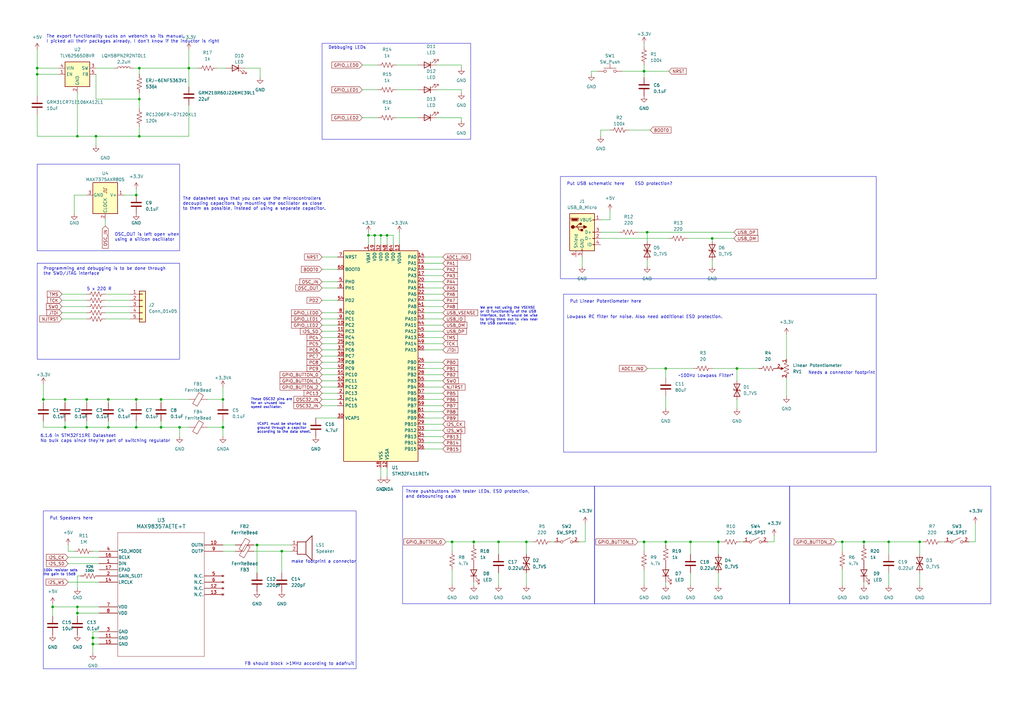
<source format=kicad_sch>
(kicad_sch (version 20230121) (generator eeschema)
  (paper "A3")
  (lib_symbols
    (symbol "Connector:USB_B_Micro" (pin_names (offset 1.016))
      (property "Reference" "J" (at -5.08 11.43 0))
      (property "Value" "USB_B_Micro" (at -5.08 8.89 0))
      (symbol "USB_B_Micro_1_1"
        (pin power_out line (at 7.62 5.08 180) (length 2.54) (name "VBUS") (number "1"))
        (pin bidirectional line (at 7.62 -2.54 180) (length 2.54) (name "D-") (number "2"))
        (pin bidirectional line (at 7.62 0 180) (length 2.54) (name "D+") (number "3"))
        (pin passive line (at 7.62 -5.08 180) (length 2.54) (name "ID") (number "4"))
        (pin power_out line (at 0 -10.16 90) (length 2.54) (name "GND") (number "5"))
        (pin passive line (at -2.54 -10.16 90) (length 2.54) (name "Shield") (number "6"))
      )
    )
    (symbol "Connector_Generic:Conn_01x05" (pin_names (offset 1.016) hide)
      (property "Reference" "J" (at 0 7.62 0))
      (property "Value" "Conn_01x05" (at 0 -7.62 0))
      (symbol "Conn_01x05_1_1"
        (pin passive line (at -5.08 5.08 0) (length 3.81) (name "Pin_1") (number "1"))
        (pin passive line (at -5.08 2.54 0) (length 3.81) (name "Pin_2") (number "2"))
        (pin passive line (at -5.08 0 0) (length 3.81) (name "Pin_3") (number "3"))
        (pin passive line (at -5.08 -2.54 0) (length 3.81) (name "Pin_4") (number "4"))
        (pin passive line (at -5.08 -5.08 0) (length 3.81) (name "Pin_5") (number "5"))
      )
    )
    (symbol "Device:C" (pin_numbers hide) (pin_names (offset 0.254))
      (property "Reference" "C" (at 0.635 2.54 0))
      (property "Value" "C" (at 0.635 -2.54 0))
      (symbol "C_1_1"
        (pin passive line (at 0 3.81 270) (length 2.794) (name "~") (number "1"))
        (pin passive line (at 0 -3.81 90) (length 2.794) (name "~") (number "2"))
      )
    )
    (symbol "Device:D_TVS" (pin_numbers hide) (pin_names (offset 1.016) hide)
      (property "Reference" "D" (at 0 2.54 0))
      (property "Value" "D_TVS" (at 0 -2.54 0))
      (symbol "D_TVS_1_1"
        (pin passive line (at -3.81 0 0) (length 2.54) (name "A1") (number "1"))
        (pin passive line (at 3.81 0 180) (length 2.54) (name "A2") (number "2"))
      )
    )
    (symbol "Device:FerriteBead" (pin_numbers hide) (pin_names (offset 0))
      (property "Reference" "FB" (at -3.81 0.635 90))
      (property "Value" "FerriteBead" (at 3.81 0 90))
      (symbol "FerriteBead_1_1"
        (pin passive line (at 0 3.81 270) (length 2.54) (name "~") (number "1"))
        (pin passive line (at 0 -3.81 90) (length 2.54) (name "~") (number "2"))
      )
    )
    (symbol "Device:L" (pin_numbers hide) (pin_names (offset 1.016) hide)
      (property "Reference" "L" (at -1.27 0 90))
      (property "Value" "L" (at 1.905 0 90))
      (symbol "L_1_1"
        (pin passive line (at 0 3.81 270) (length 1.27) (name "1") (number "1"))
        (pin passive line (at 0 -3.81 90) (length 1.27) (name "2") (number "2"))
      )
    )
    (symbol "Device:LED" (pin_numbers hide) (pin_names (offset 1.016) hide)
      (property "Reference" "D" (at 0 2.54 0))
      (property "Value" "LED" (at 0 -2.54 0))
      (symbol "LED_1_1"
        (pin passive line (at -3.81 0 0) (length 2.54) (name "K") (number "1"))
        (pin passive line (at 3.81 0 180) (length 2.54) (name "A") (number "2"))
      )
    )
    (symbol "Device:R_Potentiometer_US" (pin_names (offset 1.016) hide)
      (property "Reference" "RV" (at -4.445 0 90))
      (property "Value" "R_Potentiometer_US" (at -2.54 0 90))
      (symbol "R_Potentiometer_US_1_1"
        (pin passive line (at 0 3.81 270) (length 1.27) (name "1") (number "1"))
        (pin passive line (at 3.81 0 180) (length 1.27) (name "2") (number "2"))
        (pin passive line (at 0 -3.81 90) (length 1.27) (name "3") (number "3"))
      )
    )
    (symbol "Device:R_US" (pin_numbers hide) (pin_names (offset 0))
      (property "Reference" "R" (at 2.54 0 90))
      (property "Value" "R_US" (at -2.54 0 90))
      (symbol "R_US_1_1"
        (pin passive line (at 0 3.81 270) (length 1.27) (name "~") (number "1"))
        (pin passive line (at 0 -3.81 90) (length 1.27) (name "~") (number "2"))
      )
    )
    (symbol "Device:Speaker" (pin_names (offset 0) hide)
      (property "Reference" "LS" (at 1.27 5.715 0))
      (property "Value" "Speaker" (at 1.27 3.81 0))
      (symbol "Speaker_1_1"
        (pin input line (at -5.08 0 0) (length 2.54) (name "1") (number "1"))
        (pin input line (at -5.08 -2.54 0) (length 2.54) (name "2") (number "2"))
      )
    )
    (symbol "MCU_ST_STM32F4:STM32F411RETx"
      (property "Reference" "U" (at -15.24 44.45 0))
      (property "Value" "STM32F411RETx" (at 10.16 44.45 0))
      (symbol "STM32F411RETx_1_1"
        (pin power_in line (at -5.08 45.72 270) (length 2.54) (name "VBAT") (number "1"))
        (pin bidirectional line (at -17.78 12.7 0) (length 2.54) (name "PC2") (number "10"))
        (pin bidirectional line (at -17.78 10.16 0) (length 2.54) (name "PC3") (number "11"))
        (pin power_in line (at 2.54 -45.72 90) (length 2.54) (name "VSSA") (number "12"))
        (pin power_in line (at 7.62 45.72 270) (length 2.54) (name "VDDA") (number "13"))
        (pin bidirectional line (at 17.78 40.64 180) (length 2.54) (name "PA0") (number "14"))
        (pin bidirectional line (at 17.78 38.1 180) (length 2.54) (name "PA1") (number "15"))
        (pin bidirectional line (at 17.78 35.56 180) (length 2.54) (name "PA2") (number "16"))
        (pin bidirectional line (at 17.78 33.02 180) (length 2.54) (name "PA3") (number "17"))
        (pin power_in line (at 0 -45.72 90) (length 2.54) (name "VSS") (number "18"))
        (pin power_in line (at -2.54 45.72 270) (length 2.54) (name "VDD") (number "19"))
        (pin bidirectional line (at -17.78 -15.24 0) (length 2.54) (name "PC13") (number "2"))
        (pin bidirectional line (at 17.78 30.48 180) (length 2.54) (name "PA4") (number "20"))
        (pin bidirectional line (at 17.78 27.94 180) (length 2.54) (name "PA5") (number "21"))
        (pin bidirectional line (at 17.78 25.4 180) (length 2.54) (name "PA6") (number "22"))
        (pin bidirectional line (at 17.78 22.86 180) (length 2.54) (name "PA7") (number "23"))
        (pin bidirectional line (at -17.78 7.62 0) (length 2.54) (name "PC4") (number "24"))
        (pin bidirectional line (at -17.78 5.08 0) (length 2.54) (name "PC5") (number "25"))
        (pin bidirectional line (at 17.78 -2.54 180) (length 2.54) (name "PB0") (number "26"))
        (pin bidirectional line (at 17.78 -5.08 180) (length 2.54) (name "PB1") (number "27"))
        (pin bidirectional line (at 17.78 -7.62 180) (length 2.54) (name "PB2") (number "28"))
        (pin bidirectional line (at 17.78 -27.94 180) (length 2.54) (name "PB10") (number "29"))
        (pin bidirectional line (at -17.78 -17.78 0) (length 2.54) (name "PC14") (number "3"))
        (pin power_out line (at -17.78 -25.4 0) (length 2.54) (name "VCAP1") (number "30"))
        (pin passive line (at 0 -45.72 90) (length 2.54) hide (name "VSS") (number "31"))
        (pin power_in line (at 0 45.72 270) (length 2.54) (name "VDD") (number "32"))
        (pin bidirectional line (at 17.78 -30.48 180) (length 2.54) (name "PB12") (number "33"))
        (pin bidirectional line (at 17.78 -33.02 180) (length 2.54) (name "PB13") (number "34"))
        (pin bidirectional line (at 17.78 -35.56 180) (length 2.54) (name "PB14") (number "35"))
        (pin bidirectional line (at 17.78 -38.1 180) (length 2.54) (name "PB15") (number "36"))
        (pin bidirectional line (at -17.78 2.54 0) (length 2.54) (name "PC6") (number "37"))
        (pin bidirectional line (at -17.78 0 0) (length 2.54) (name "PC7") (number "38"))
        (pin bidirectional line (at -17.78 -2.54 0) (length 2.54) (name "PC8") (number "39"))
        (pin bidirectional line (at -17.78 -20.32 0) (length 2.54) (name "PC15") (number "4"))
        (pin bidirectional line (at -17.78 -5.08 0) (length 2.54) (name "PC9") (number "40"))
        (pin bidirectional line (at 17.78 20.32 180) (length 2.54) (name "PA8") (number "41"))
        (pin bidirectional line (at 17.78 17.78 180) (length 2.54) (name "PA9") (number "42"))
        (pin bidirectional line (at 17.78 15.24 180) (length 2.54) (name "PA10") (number "43"))
        (pin bidirectional line (at 17.78 12.7 180) (length 2.54) (name "PA11") (number "44"))
        (pin bidirectional line (at 17.78 10.16 180) (length 2.54) (name "PA12") (number "45"))
        (pin bidirectional line (at 17.78 7.62 180) (length 2.54) (name "PA13") (number "46"))
        (pin passive line (at 0 -45.72 90) (length 2.54) hide (name "VSS") (number "47"))
        (pin power_in line (at 2.54 45.72 270) (length 2.54) (name "VDD") (number "48"))
        (pin bidirectional line (at 17.78 5.08 180) (length 2.54) (name "PA14") (number "49"))
        (pin bidirectional line (at -17.78 30.48 0) (length 2.54) (name "PH0") (number "5"))
        (pin bidirectional line (at 17.78 2.54 180) (length 2.54) (name "PA15") (number "50"))
        (pin bidirectional line (at -17.78 -7.62 0) (length 2.54) (name "PC10") (number "51"))
        (pin bidirectional line (at -17.78 -10.16 0) (length 2.54) (name "PC11") (number "52"))
        (pin bidirectional line (at -17.78 -12.7 0) (length 2.54) (name "PC12") (number "53"))
        (pin bidirectional line (at -17.78 22.86 0) (length 2.54) (name "PD2") (number "54"))
        (pin bidirectional line (at 17.78 -10.16 180) (length 2.54) (name "PB3") (number "55"))
        (pin bidirectional line (at 17.78 -12.7 180) (length 2.54) (name "PB4") (number "56"))
        (pin bidirectional line (at 17.78 -15.24 180) (length 2.54) (name "PB5") (number "57"))
        (pin bidirectional line (at 17.78 -17.78 180) (length 2.54) (name "PB6") (number "58"))
        (pin bidirectional line (at 17.78 -20.32 180) (length 2.54) (name "PB7") (number "59"))
        (pin bidirectional line (at -17.78 27.94 0) (length 2.54) (name "PH1") (number "6"))
        (pin input line (at -17.78 35.56 0) (length 2.54) (name "BOOT0") (number "60"))
        (pin bidirectional line (at 17.78 -22.86 180) (length 2.54) (name "PB8") (number "61"))
        (pin bidirectional line (at 17.78 -25.4 180) (length 2.54) (name "PB9") (number "62"))
        (pin passive line (at 0 -45.72 90) (length 2.54) hide (name "VSS") (number "63"))
        (pin power_in line (at 5.08 45.72 270) (length 2.54) (name "VDD") (number "64"))
        (pin input line (at -17.78 40.64 0) (length 2.54) (name "NRST") (number "7"))
        (pin bidirectional line (at -17.78 17.78 0) (length 2.54) (name "PC0") (number "8"))
        (pin bidirectional line (at -17.78 15.24 0) (length 2.54) (name "PC1") (number "9"))
      )
    )
    (symbol "Oscillator:MAX7375AXR805" (pin_names (offset 0.254))
      (property "Reference" "U" (at -2.54 6.35 0))
      (property "Value" "MAX7375AXR805" (at 1.27 -6.35 0))
      (symbol "MAX7375AXR805_1_1"
        (pin power_in line (at 0 7.62 270) (length 2.54) (name "V+") (number "1"))
        (pin output line (at 10.16 0 180) (length 2.54) (name "CLOCK") (number "2"))
        (pin power_in line (at 0 -7.62 90) (length 2.54) (name "GND") (number "3"))
      )
    )
    (symbol "Regulator_Switching:TLV62568DBV"
      (property "Reference" "U" (at -5.08 6.35 0))
      (property "Value" "TLV62568DBV" (at 0 6.35 0))
      (symbol "TLV62568DBV_1_1"
        (pin input line (at -7.62 0 0) (length 2.54) (name "EN") (number "1"))
        (pin power_in line (at 0 -7.62 90) (length 2.54) (name "GND") (number "2"))
        (pin power_out line (at 7.62 2.54 180) (length 2.54) (name "SW") (number "3"))
        (pin power_in line (at -7.62 2.54 0) (length 2.54) (name "VIN") (number "4"))
        (pin input line (at 7.62 0 180) (length 2.54) (name "FB") (number "5"))
      )
    )
    (symbol "Switch:SW_Push" (pin_numbers hide) (pin_names (offset 1.016) hide)
      (property "Reference" "SW" (at 1.27 2.54 0))
      (property "Value" "SW_Push" (at 0 -1.524 0))
      (symbol "SW_Push_0_1"
        (pin passive line (at -5.08 0 0) (length 2.54) (name "1") (number "1"))
        (pin passive line (at 5.08 0 180) (length 2.54) (name "2") (number "2"))
      )
    )
    (symbol "Switch:SW_SPST" (pin_names (offset 0) hide)
      (property "Reference" "SW" (at 0 3.175 0))
      (property "Value" "SW_SPST" (at 0 -2.54 0))
      (symbol "SW_SPST_1_1"
        (pin passive line (at -5.08 0 0) (length 2.54) (name "A") (number "1"))
        (pin passive line (at 5.08 0 180) (length 2.54) (name "B") (number "2"))
      )
    )
    (symbol "TrumpetMelody_Symbol_Library:MAX98357AETE+T" (pin_names (offset 0.254))
      (property "Reference" "U" (at 25.4 12.7 0))
      (property "Value" "MAX98357AETE+T" (at 25.4 10.16 0))
      (symbol "MAX98357AETE+T_1_1"
        (pin unspecified line (at 0 -5.08 0) (length 7.62) (name "DIN") (number "1"))
        (pin output line (at 50.8 2.54 180) (length 7.62) (name "OUTN") (number "10"))
        (pin power_out line (at 0 -35.56 0) (length 7.62) (name "GND") (number "11"))
        (pin no_connect line (at 50.8 -15.24 180) (length 7.62) (name "N.C.") (number "12"))
        (pin no_connect line (at 50.8 -17.78 180) (length 7.62) (name "N.C.") (number "13"))
        (pin unspecified line (at 0 -12.7 0) (length 7.62) (name "LRCLK") (number "14"))
        (pin power_out line (at 0 -38.1 0) (length 7.62) (name "GND") (number "15"))
        (pin unspecified line (at 0 -2.54 0) (length 7.62) (name "BCLK") (number "16"))
        (pin unspecified line (at 0 -7.62 0) (length 7.62) (name "EPAD") (number "17"))
        (pin unspecified line (at 0 -10.16 0) (length 7.62) (name "GAIN_SLOT") (number "2"))
        (pin power_out line (at 0 -33.02 0) (length 7.62) (name "GND") (number "3"))
        (pin unspecified line (at 0 0 0) (length 7.62) (name "*SD_MODE") (number "4"))
        (pin no_connect line (at 50.8 -10.16 180) (length 7.62) (name "N.C.") (number "5"))
        (pin no_connect line (at 50.8 -12.7 180) (length 7.62) (name "N.C.") (number "6"))
        (pin power_in line (at 0 -22.86 0) (length 7.62) (name "VDD") (number "7"))
        (pin power_in line (at 0 -25.4 0) (length 7.62) (name "VDD") (number "8"))
        (pin output line (at 50.8 0 180) (length 7.62) (name "OUTP") (number "9"))
      )
    )
    (symbol "power:+3.3V" (power) (pin_names (offset 0))
      (property "Value" "+3.3V" (at 0 3.556 0))
      (symbol "+3.3V_1_1"
        (pin power_in line (at 0 0 90) (length 0) hide (name "+3.3V") (number "1"))
      )
    )
    (symbol "power:+3.3VA" (power) (pin_names (offset 0))
      (property "Value" "+3.3VA" (at 0 3.556 0))
      (symbol "+3.3VA_1_1"
        (pin power_in line (at 0 0 90) (length 0) hide (name "+3.3VA") (number "1"))
      )
    )
    (symbol "power:+5V" (power) (pin_names (offset 0))
      (property "Value" "+5V" (at 0 3.556 0))
      (symbol "+5V_1_1"
        (pin power_in line (at 0 0 90) (length 0) hide (name "+5V") (number "1"))
      )
    )
    (symbol "power:GND" (power) (pin_names (offset 0))
      (property "Value" "GND" (at 0 -3.81 0))
      (symbol "GND_1_1"
        (pin power_in line (at 0 0 270) (length 0) hide (name "GND") (number "1"))
      )
    )
    (symbol "power:GNDA" (power) (pin_names (offset 0))
      (property "Value" "GNDA" (at 0 -3.81 0))
      (symbol "GNDA_1_1"
        (pin power_in line (at 0 0 270) (length 0) hide (name "GNDA") (number "1"))
      )
    )
  )
  (junction (at 265.43 95.25))
  (junction (at 57.15 40.64))
  (junction (at 17.78 163.83))
  (junction (at 57.15 27.94))
  (junction (at 294.64 222.25))
  (junction (at 31.75 251.46))
  (junction (at 57.15 55.88))
  (junction (at 215.9 222.25))
  (junction (at 55.88 163.83))
  (junction (at 105.41 223.52))
  (junction (at 302.26 151.13))
  (junction (at 283.21 222.25))
  (junction (at 15.24 27.94))
  (junction (at 151.13 96.52))
  (junction (at 39.37 55.88))
  (junction (at 38.1 264.16))
  (junction (at 35.56 163.83))
  (junction (at 38.1 261.62))
  (junction (at 292.1 97.79))
  (junction (at 26.67 163.83))
  (junction (at 55.88 80.01))
  (junction (at 115.57 226.06))
  (junction (at 35.56 175.26))
  (junction (at 156.21 96.52))
  (junction (at 21.59 248.92))
  (junction (at 364.49 222.25))
  (junction (at 31.75 55.88))
  (junction (at 273.05 222.25))
  (junction (at 66.04 175.26))
  (junction (at 44.45 175.26))
  (junction (at 153.67 96.52))
  (junction (at 77.47 27.94))
  (junction (at 55.88 175.26))
  (junction (at 15.24 30.48))
  (junction (at 273.05 151.13))
  (junction (at 204.47 222.25))
  (junction (at 26.67 175.26))
  (junction (at 194.31 222.25))
  (junction (at 377.19 222.25))
  (junction (at 264.16 222.25))
  (junction (at 264.16 29.21))
  (junction (at 91.44 175.26))
  (junction (at 66.04 163.83))
  (junction (at 73.66 175.26))
  (junction (at 31.75 248.92))
  (junction (at 185.42 222.25))
  (junction (at 345.44 222.25))
  (junction (at 44.45 163.83))
  (junction (at 354.33 222.25))
  (junction (at 158.75 96.52))
  (junction (at 91.44 163.83))
  (wire (pts (xy 283.21 234.95) (xy 283.21 240.03)))
  (wire (pts (xy 354.33 222.25) (xy 364.49 222.25)))
  (wire (pts (xy 43.18 128.27) (xy 53.34 128.27)))
  (wire (pts (xy 255.27 29.21) (xy 264.16 29.21)))
  (wire (pts (xy 238.76 105.41) (xy 238.76 109.22)))
  (wire (pts (xy 162.56 48.26) (xy 171.45 48.26)))
  (wire (pts (xy 246.38 53.34) (xy 250.19 53.34)))
  (wire (pts (xy 91.44 163.83) (xy 91.44 165.1)))
  (wire (pts (xy 173.99 184.15) (xy 181.61 184.15)))
  (wire (pts (xy 264.16 26.67) (xy 264.16 29.21)))
  (wire (pts (xy 173.99 115.57) (xy 181.61 115.57)))
  (wire (pts (xy 66.04 172.72) (xy 66.04 175.26)))
  (wire (pts (xy 39.37 27.94) (xy 46.99 27.94)))
  (wire (pts (xy 35.56 163.83) (xy 35.56 165.1)))
  (wire (pts (xy 66.04 175.26) (xy 73.66 175.26)))
  (wire (pts (xy 173.99 130.81) (xy 181.61 130.81)))
  (wire (pts (xy 264.16 17.78) (xy 264.16 19.05)))
  (wire (pts (xy 21.59 248.92) (xy 31.75 248.92)))
  (wire (pts (xy 55.88 165.1) (xy 55.88 163.83)))
  (wire (pts (xy 27.94 228.6) (xy 40.64 228.6)))
  (wire (pts (xy 264.16 222.25) (xy 273.05 222.25)))
  (wire (pts (xy 173.99 168.91) (xy 181.61 168.91)))
  (wire (pts (xy 132.08 153.67) (xy 138.43 153.67)))
  (wire (pts (xy 132.08 133.35) (xy 138.43 133.35)))
  (wire (pts (xy 55.88 175.26) (xy 66.04 175.26)))
  (wire (pts (xy 354.33 222.25) (xy 354.33 223.52)))
  (wire (pts (xy 173.99 135.89) (xy 181.61 135.89)))
  (wire (pts (xy 105.41 223.52) (xy 105.41 234.95)))
  (wire (pts (xy 43.18 123.19) (xy 53.34 123.19)))
  (wire (pts (xy 265.43 95.25) (xy 265.43 99.06)))
  (wire (pts (xy 26.67 163.83) (xy 35.56 163.83)))
  (wire (pts (xy 377.19 222.25) (xy 378.46 222.25)))
  (wire (pts (xy 158.75 96.52) (xy 158.75 100.33)))
  (wire (pts (xy 215.9 222.25) (xy 218.44 222.25)))
  (wire (pts (xy 153.67 96.52) (xy 151.13 96.52)))
  (wire (pts (xy 173.99 128.27) (xy 181.61 128.27)))
  (wire (pts (xy 246.38 95.25) (xy 254 95.25)))
  (wire (pts (xy 15.24 39.37) (xy 15.24 30.48)))
  (wire (pts (xy 15.24 30.48) (xy 24.13 30.48)))
  (wire (pts (xy 132.08 105.41) (xy 138.43 105.41)))
  (wire (pts (xy 132.08 151.13) (xy 138.43 151.13)))
  (wire (pts (xy 77.47 43.18) (xy 77.47 55.88)))
  (wire (pts (xy 106.68 27.94) (xy 106.68 31.75)))
  (wire (pts (xy 25.4 125.73) (xy 35.56 125.73)))
  (wire (pts (xy 273.05 222.25) (xy 273.05 223.52)))
  (wire (pts (xy 132.08 128.27) (xy 138.43 128.27)))
  (wire (pts (xy 25.4 128.27) (xy 35.56 128.27)))
  (wire (pts (xy 132.08 140.97) (xy 138.43 140.97)))
  (wire (pts (xy 44.45 172.72) (xy 44.45 175.26)))
  (wire (pts (xy 246.38 55.88) (xy 246.38 53.34)))
  (wire (pts (xy 264.16 29.21) (xy 264.16 31.75)))
  (wire (pts (xy 345.44 222.25) (xy 354.33 222.25)))
  (wire (pts (xy 303.53 222.25) (xy 304.8 222.25)))
  (wire (pts (xy 322.58 137.16) (xy 322.58 147.32)))
  (wire (pts (xy 173.99 105.41) (xy 181.61 105.41)))
  (wire (pts (xy 50.8 80.01) (xy 55.88 80.01)))
  (wire (pts (xy 226.06 222.25) (xy 227.33 222.25)))
  (wire (pts (xy 397.51 222.25) (xy 400.05 222.25)))
  (wire (pts (xy 273.05 222.25) (xy 283.21 222.25)))
  (wire (pts (xy 158.75 96.52) (xy 156.21 96.52)))
  (wire (pts (xy 27.94 238.76) (xy 40.64 238.76)))
  (wire (pts (xy 85.09 163.83) (xy 91.44 163.83)))
  (wire (pts (xy 273.05 238.76) (xy 273.05 240.03)))
  (wire (pts (xy 173.99 179.07) (xy 181.61 179.07)))
  (wire (pts (xy 345.44 233.68) (xy 345.44 240.03)))
  (wire (pts (xy 55.88 163.83) (xy 66.04 163.83)))
  (wire (pts (xy 15.24 20.32) (xy 15.24 27.94)))
  (wire (pts (xy 31.75 248.92) (xy 31.75 251.46)))
  (wire (pts (xy 179.07 36.83) (xy 189.23 36.83)))
  (wire (pts (xy 105.41 223.52) (xy 119.38 223.52)))
  (wire (pts (xy 132.08 135.89) (xy 138.43 135.89)))
  (wire (pts (xy 265.43 151.13) (xy 273.05 151.13)))
  (wire (pts (xy 88.9 27.94) (xy 92.71 27.94)))
  (wire (pts (xy 132.08 123.19) (xy 138.43 123.19)))
  (wire (pts (xy 77.47 35.56) (xy 77.47 27.94)))
  (wire (pts (xy 66.04 163.83) (xy 77.47 163.83)))
  (wire (pts (xy 302.26 163.83) (xy 302.26 167.64)))
  (wire (pts (xy 91.44 175.26) (xy 85.09 175.26)))
  (wire (pts (xy 132.08 148.59) (xy 138.43 148.59)))
  (wire (pts (xy 179.07 26.67) (xy 189.23 26.67)))
  (wire (pts (xy 15.24 30.48) (xy 15.24 27.94)))
  (wire (pts (xy 44.45 165.1) (xy 44.45 163.83)))
  (wire (pts (xy 15.24 46.99) (xy 15.24 55.88)))
  (wire (pts (xy 132.08 166.37) (xy 138.43 166.37)))
  (wire (pts (xy 294.64 222.25) (xy 294.64 227.33)))
  (wire (pts (xy 57.15 40.64) (xy 57.15 44.45)))
  (wire (pts (xy 292.1 106.68) (xy 292.1 109.22)))
  (wire (pts (xy 148.59 48.26) (xy 154.94 48.26)))
  (wire (pts (xy 283.21 222.25) (xy 294.64 222.25)))
  (wire (pts (xy 38.1 261.62) (xy 40.64 261.62)))
  (wire (pts (xy 39.37 30.48) (xy 39.37 40.64)))
  (wire (pts (xy 245.11 29.21) (xy 242.57 29.21)))
  (wire (pts (xy 161.29 100.33) (xy 161.29 96.52)))
  (wire (pts (xy 91.44 158.75) (xy 91.44 163.83)))
  (wire (pts (xy 179.07 48.26) (xy 189.23 48.26)))
  (wire (pts (xy 91.44 172.72) (xy 91.44 175.26)))
  (wire (pts (xy 302.26 151.13) (xy 311.15 151.13)))
  (wire (pts (xy 115.57 226.06) (xy 115.57 234.95)))
  (wire (pts (xy 26.67 172.72) (xy 26.67 175.26)))
  (wire (pts (xy 273.05 151.13) (xy 284.48 151.13)))
  (wire (pts (xy 132.08 158.75) (xy 138.43 158.75)))
  (wire (pts (xy 73.66 175.26) (xy 73.66 179.07)))
  (wire (pts (xy 400.05 222.25) (xy 400.05 214.63)))
  (wire (pts (xy 173.99 123.19) (xy 181.61 123.19)))
  (wire (pts (xy 294.64 234.95) (xy 294.64 240.03)))
  (wire (pts (xy 215.9 222.25) (xy 215.9 227.33)))
  (wire (pts (xy 25.4 130.81) (xy 35.56 130.81)))
  (wire (pts (xy 173.99 113.03) (xy 181.61 113.03)))
  (wire (pts (xy 17.78 163.83) (xy 26.67 163.83)))
  (wire (pts (xy 265.43 95.25) (xy 300.99 95.25)))
  (wire (pts (xy 156.21 191.77) (xy 156.21 195.58)))
  (wire (pts (xy 173.99 110.49) (xy 181.61 110.49)))
  (wire (pts (xy 204.47 234.95) (xy 204.47 240.03)))
  (wire (pts (xy 57.15 55.88) (xy 57.15 52.07)))
  (wire (pts (xy 364.49 222.25) (xy 377.19 222.25)))
  (wire (pts (xy 189.23 36.83) (xy 189.23 38.1)))
  (wire (pts (xy 173.99 176.53) (xy 181.61 176.53)))
  (wire (pts (xy 364.49 222.25) (xy 364.49 227.33)))
  (wire (pts (xy 283.21 222.25) (xy 283.21 227.33)))
  (wire (pts (xy 27.94 223.52) (xy 27.94 226.06)))
  (wire (pts (xy 189.23 26.67) (xy 189.23 27.94)))
  (wire (pts (xy 30.48 80.01) (xy 30.48 87.63)))
  (wire (pts (xy 25.4 123.19) (xy 35.56 123.19)))
  (wire (pts (xy 377.19 234.95) (xy 377.19 240.03)))
  (wire (pts (xy 15.24 27.94) (xy 24.13 27.94)))
  (wire (pts (xy 44.45 163.83) (xy 55.88 163.83)))
  (wire (pts (xy 153.67 96.52) (xy 153.67 100.33)))
  (wire (pts (xy 17.78 163.83) (xy 17.78 165.1)))
  (wire (pts (xy 132.08 138.43) (xy 138.43 138.43)))
  (wire (pts (xy 129.54 171.45) (xy 138.43 171.45)))
  (wire (pts (xy 162.56 36.83) (xy 171.45 36.83)))
  (wire (pts (xy 151.13 96.52) (xy 151.13 100.33)))
  (wire (pts (xy 115.57 226.06) (xy 119.38 226.06)))
  (wire (pts (xy 57.15 38.1) (xy 57.15 40.64)))
  (wire (pts (xy 132.08 130.81) (xy 138.43 130.81)))
  (wire (pts (xy 292.1 151.13) (xy 302.26 151.13)))
  (wire (pts (xy 194.31 222.25) (xy 194.31 223.52)))
  (wire (pts (xy 77.47 27.94) (xy 81.28 27.94)))
  (wire (pts (xy 246.38 97.79) (xy 274.32 97.79)))
  (wire (pts (xy 38.1 226.06) (xy 40.64 226.06)))
  (wire (pts (xy 132.08 163.83) (xy 138.43 163.83)))
  (wire (pts (xy 240.03 222.25) (xy 240.03 214.63)))
  (wire (pts (xy 77.47 55.88) (xy 57.15 55.88)))
  (wire (pts (xy 39.37 55.88) (xy 57.15 55.88)))
  (wire (pts (xy 31.75 248.92) (xy 40.64 248.92)))
  (wire (pts (xy 173.99 151.13) (xy 181.61 151.13)))
  (wire (pts (xy 185.42 222.25) (xy 194.31 222.25)))
  (wire (pts (xy 264.16 233.68) (xy 264.16 240.03)))
  (wire (pts (xy 21.59 247.65) (xy 21.59 248.92)))
  (wire (pts (xy 43.18 130.81) (xy 53.34 130.81)))
  (wire (pts (xy 38.1 264.16) (xy 38.1 261.62)))
  (wire (pts (xy 377.19 222.25) (xy 377.19 227.33)))
  (wire (pts (xy 386.08 222.25) (xy 387.35 222.25)))
  (wire (pts (xy 100.33 27.94) (xy 106.68 27.94)))
  (wire (pts (xy 132.08 118.11) (xy 138.43 118.11)))
  (wire (pts (xy 31.75 38.1) (xy 31.75 55.88)))
  (wire (pts (xy 31.75 252.73) (xy 31.75 251.46)))
  (wire (pts (xy 132.08 161.29) (xy 138.43 161.29)))
  (wire (pts (xy 17.78 175.26) (xy 26.67 175.26)))
  (wire (pts (xy 55.88 77.47) (xy 55.88 80.01)))
  (wire (pts (xy 162.56 26.67) (xy 171.45 26.67)))
  (wire (pts (xy 173.99 107.95) (xy 181.61 107.95)))
  (wire (pts (xy 21.59 252.73) (xy 21.59 248.92)))
  (wire (pts (xy 27.94 231.14) (xy 40.64 231.14)))
  (wire (pts (xy 189.23 48.26) (xy 189.23 49.53)))
  (wire (pts (xy 173.99 120.65) (xy 181.61 120.65)))
  (wire (pts (xy 173.99 158.75) (xy 181.61 158.75)))
  (wire (pts (xy 161.29 96.52) (xy 158.75 96.52)))
  (wire (pts (xy 314.96 222.25) (xy 317.5 222.25)))
  (wire (pts (xy 55.88 172.72) (xy 55.88 175.26)))
  (wire (pts (xy 342.9 222.25) (xy 345.44 222.25)))
  (wire (pts (xy 237.49 222.25) (xy 240.03 222.25)))
  (wire (pts (xy 77.47 20.32) (xy 77.47 27.94)))
  (wire (pts (xy 173.99 143.51) (xy 181.61 143.51)))
  (wire (pts (xy 91.44 226.06) (xy 96.52 226.06)))
  (wire (pts (xy 194.31 238.76) (xy 194.31 240.03)))
  (wire (pts (xy 364.49 234.95) (xy 364.49 240.03)))
  (wire (pts (xy 44.45 175.26) (xy 55.88 175.26)))
  (wire (pts (xy 132.08 143.51) (xy 138.43 143.51)))
  (wire (pts (xy 173.99 166.37) (xy 181.61 166.37)))
  (wire (pts (xy 158.75 191.77) (xy 158.75 195.58)))
  (wire (pts (xy 204.47 222.25) (xy 215.9 222.25)))
  (wire (pts (xy 173.99 133.35) (xy 181.61 133.35)))
  (wire (pts (xy 17.78 172.72) (xy 17.78 175.26)))
  (wire (pts (xy 163.83 95.25) (xy 163.83 100.33)))
  (wire (pts (xy 292.1 97.79) (xy 292.1 99.06)))
  (wire (pts (xy 173.99 140.97) (xy 181.61 140.97)))
  (wire (pts (xy 173.99 173.99) (xy 181.61 173.99)))
  (wire (pts (xy 215.9 234.95) (xy 215.9 240.03)))
  (wire (pts (xy 31.75 236.22) (xy 31.75 241.3)))
  (wire (pts (xy 273.05 154.94) (xy 273.05 151.13)))
  (wire (pts (xy 242.57 29.21) (xy 242.57 30.48)))
  (wire (pts (xy 38.1 264.16) (xy 40.64 264.16)))
  (wire (pts (xy 173.99 163.83) (xy 181.61 163.83)))
  (wire (pts (xy 38.1 261.62) (xy 38.1 259.08)))
  (wire (pts (xy 148.59 26.67) (xy 154.94 26.67)))
  (wire (pts (xy 281.94 97.79) (xy 292.1 97.79)))
  (wire (pts (xy 39.37 55.88) (xy 39.37 59.69)))
  (wire (pts (xy 345.44 222.25) (xy 345.44 226.06)))
  (wire (pts (xy 148.59 36.83) (xy 154.94 36.83)))
  (wire (pts (xy 173.99 118.11) (xy 181.61 118.11)))
  (wire (pts (xy 151.13 95.25) (xy 151.13 96.52)))
  (wire (pts (xy 250.19 86.36) (xy 250.19 90.17)))
  (wire (pts (xy 33.02 236.22) (xy 31.75 236.22)))
  (wire (pts (xy 17.78 157.48) (xy 17.78 163.83)))
  (wire (pts (xy 57.15 27.94) (xy 77.47 27.94)))
  (wire (pts (xy 182.88 222.25) (xy 185.42 222.25)))
  (wire (pts (xy 317.5 222.25) (xy 317.5 219.71)))
  (wire (pts (xy 132.08 146.05) (xy 138.43 146.05)))
  (wire (pts (xy 185.42 233.68) (xy 185.42 240.03)))
  (wire (pts (xy 204.47 222.25) (xy 204.47 227.33)))
  (wire (pts (xy 173.99 148.59) (xy 181.61 148.59)))
  (wire (pts (xy 26.67 163.83) (xy 26.67 165.1)))
  (wire (pts (xy 173.99 181.61) (xy 181.61 181.61)))
  (wire (pts (xy 354.33 238.76) (xy 354.33 240.03)))
  (wire (pts (xy 173.99 138.43) (xy 181.61 138.43)))
  (wire (pts (xy 35.56 175.26) (xy 44.45 175.26)))
  (wire (pts (xy 322.58 154.94) (xy 322.58 162.56)))
  (wire (pts (xy 35.56 172.72) (xy 35.56 175.26)))
  (wire (pts (xy 43.18 120.65) (xy 53.34 120.65)))
  (wire (pts (xy 173.99 161.29) (xy 181.61 161.29)))
  (wire (pts (xy 264.16 222.25) (xy 264.16 226.06)))
  (wire (pts (xy 38.1 267.97) (xy 38.1 264.16)))
  (wire (pts (xy 91.44 175.26) (xy 91.44 179.07)))
  (wire (pts (xy 73.66 175.26) (xy 77.47 175.26)))
  (wire (pts (xy 66.04 165.1) (xy 66.04 163.83)))
  (wire (pts (xy 27.94 226.06) (xy 30.48 226.06)))
  (wire (pts (xy 302.26 151.13) (xy 302.26 156.21)))
  (wire (pts (xy 292.1 97.79) (xy 300.99 97.79)))
  (wire (pts (xy 173.99 153.67) (xy 181.61 153.67)))
  (wire (pts (xy 257.81 53.34) (xy 266.7 53.34)))
  (wire (pts (xy 294.64 222.25) (xy 295.91 222.25)))
  (wire (pts (xy 31.75 55.88) (xy 39.37 55.88)))
  (wire (pts (xy 156.21 96.52) (xy 153.67 96.52)))
  (wire (pts (xy 173.99 156.21) (xy 181.61 156.21)))
  (wire (pts (xy 246.38 90.17) (xy 250.19 90.17)))
  (wire (pts (xy 31.75 251.46) (xy 40.64 251.46)))
  (wire (pts (xy 185.42 222.25) (xy 185.42 226.06)))
  (wire (pts (xy 261.62 95.25) (xy 265.43 95.25)))
  (wire (pts (xy 173.99 171.45) (xy 181.61 171.45)))
  (wire (pts (xy 26.67 175.26) (xy 35.56 175.26)))
  (wire (pts (xy 261.62 222.25) (xy 264.16 222.25)))
  (wire (pts (xy 15.24 55.88) (xy 31.75 55.88)))
  (wire (pts (xy 132.08 110.49) (xy 138.43 110.49)))
  (wire (pts (xy 264.16 29.21) (xy 274.32 29.21)))
  (wire (pts (xy 132.08 156.21) (xy 138.43 156.21)))
  (wire (pts (xy 35.56 80.01) (xy 30.48 80.01)))
  (wire (pts (xy 43.18 90.17) (xy 43.18 92.71)))
  (wire (pts (xy 25.4 120.65) (xy 35.56 120.65)))
  (wire (pts (xy 43.18 125.73) (xy 53.34 125.73)))
  (wire (pts (xy 39.37 40.64) (xy 57.15 40.64)))
  (wire (pts (xy 91.44 223.52) (xy 96.52 223.52)))
  (wire (pts (xy 104.14 223.52) (xy 105.41 223.52)))
  (wire (pts (xy 265.43 106.68) (xy 265.43 109.22)))
  (wire (pts (xy 156.21 96.52) (xy 156.21 100.33)))
  (wire (pts (xy 273.05 162.56) (xy 273.05 167.64)))
  (wire (pts (xy 35.56 163.83) (xy 44.45 163.83)))
  (wire (pts (xy 194.31 222.25) (xy 204.47 222.25)))
  (wire (pts (xy 104.14 226.06) (xy 115.57 226.06)))
  (wire (pts (xy 54.61 27.94) (xy 57.15 27.94)))
  (wire (pts (xy 38.1 259.08) (xy 40.64 259.08)))
  (wire (pts (xy 173.99 125.73) (xy 181.61 125.73)))
  (wire (pts (xy 132.08 115.57) (xy 138.43 115.57)))
  (wire (pts (xy 57.15 27.94) (xy 57.15 30.48)))
  (rectangle (start 229.87 72.39) (end 359.41 114.3))
  (rectangle (start 132.08 17.78) (end 193.04 57.15))
  (rectangle (start 15.24 67.31) (end 73.66 102.87))
  (rectangle (start 165.1 199.39) (end 243.84 247.65))
  (rectangle (start 15.24 107.95) (end 73.66 147.32))
  (rectangle (start 323.85 199.39) (end 406.4 247.65))
  (rectangle (start 231.14 120.65) (end 359.41 185.42))
  (rectangle (start 17.78 209.55) (end 146.05 274.32))
  (rectangle (start 243.84 199.39) (end 323.85 247.65))
  (text "Needs a connector footprint" (at 331.47 153.67 0) (effects (font (size 1.27 1.27)) (justify left bottom)))
  (text "The datasheet says that you can use the microcontrollers \ndecoupling capacitors by mounting the oscillator as close \nto them as possible, instead of using a separate capacitor." (at 74.93 86.36 0) (effects (font (size 1.27 1.27)) (justify left bottom)))
  (text "Put Speakers here" (at 20.32 213.36 0) (effects (font (size 1.27 1.27)) (justify left bottom)))
  (text "Put USB schematic here" (at 232.41 76.2 0) (effects (font (size 1.27 1.27)) (justify left bottom)))
  (text "~100Hz Lowpass Filter*" (at 278.13 154.94 0) (effects (font (size 1.27 1.27)) (justify left bottom)))
  (text "5 x 220 R" (at 35.56 119.38 0) (effects (font (size 1.27 1.27)) (justify left bottom)))
  (text "FB should block >1MHz according to adafruit" (at 100.33 273.05 0) (effects (font (size 1.27 1.27)) (justify left bottom)))
  (text "100k resistor sets \nthe gain to 15dB" (at 17.78 236.22 0) (effects (font (size 1 1)) (justify left bottom)))
  (text "6.1.6 in STM32F11RE Datasheet\nNo bulk caps since they're part of switching regulator" (at 16.51 181.61 0) (effects (font (size 1.27 1.27)) (justify left bottom)))
  (text "These OSC32 pins are \nfor an unused low \nspeed oscillator." (at 102.87 167.64 0) (effects (font (size 1 1)) (justify left bottom)))
  (text "OSC_OUT is left open when \nusing a silicon oscillator" (at 46.99 99.06 0) (effects (font (size 1.27 1.27)) (justify left bottom)))
  (text "Put Linear Potentiometer here" (at 233.68 124.46 0) (effects (font (size 1.27 1.27)) (justify left bottom)))
  (text "ESD protection?" (at 260.35 76.2 0) (effects (font (size 1.27 1.27)) (justify left bottom)))
  (text "We are not using the VSENSE \nor ID functionality of the USB \ninterface, but it would be wise \nto bring them out to vias near\nthe USB connector." (at 196.85 133.35 0) (effects (font (size 1 1)) (justify left bottom)))
  (text "Programming and debugging is to be done through\nthe SWD/JTAG interface" (at 17.78 113.03 0) (effects (font (size 1.27 1.27)) (justify left bottom)))
  (text "Three pushbuttons with tester LEDs, ESD protection,\nand debouncing caps" (at 166.37 204.47 0) (effects (font (size 1.27 1.27)) (justify left bottom)))
  (text "The export functionality sucks on webench so its manual\nI picked all their packages already, I don't know if the inductor is right" (at 19.05 17.78 0) (effects (font (size 1.27 1.27)) (justify left bottom)))
  (text "make footprint a connector" (at 119.38 231.14 0) (effects (font (size 1.27 1.27)) (justify left bottom)))
  (text "Debbuging LEDs" (at 134.62 20.32 0) (effects (font (size 1.27 1.27)) (justify left bottom)))
  (text "VCAP1 must be shorted to \nground through a capcitor \naccording to the data sheet." (at 105.41 177.8 0) (effects (font (size 1 1)) (justify left bottom)))
  (text "Lowpass RC filter for noise. Also need additional ESD protection." (at 232.41 130.81 0) (effects (font (size 1.27 1.27)) (justify left bottom)))
  (global_label "SWO" (shape input) (at 181.61 156.21 0) (property "Intersheetrefs" "${INTERSHEET_REFS}" (effects hide)))
  (global_label "PB14" (shape input) (at 181.61 181.61 0) (property "Intersheetrefs" "${INTERSHEET_REFS}" (effects hide)))
  (global_label "GPIO_BUTTON_1" (shape input) (at 132.08 156.21 180) (property "Intersheetrefs" "${INTERSHEET_REFS}" (effects hide)))
  (global_label "USB_ID" (shape input) (at 181.61 130.81 0) (property "Intersheetrefs" "${INTERSHEET_REFS}" (effects hide)))
  (global_label "OSC_IN" (shape input) (at 132.08 115.57 180) (property "Intersheetrefs" "${INTERSHEET_REFS}" (effects hide)))
  (global_label "JTDI" (shape input) (at 25.4 128.27 180) (property "Intersheetrefs" "${INTERSHEET_REFS}" (effects hide)))
  (global_label "GPIO_BUTTON_0" (shape input) (at 132.08 153.67 180) (property "Intersheetrefs" "${INTERSHEET_REFS}" (effects hide)))
  (global_label "PA3" (shape input) (at 181.61 113.03 0) (property "Intersheetrefs" "${INTERSHEET_REFS}" (effects hide)))
  (global_label "PC13" (shape input) (at 132.08 161.29 180) (property "Intersheetrefs" "${INTERSHEET_REFS}" (effects hide)))
  (global_label "PB2" (shape input) (at 181.61 153.67 0) (property "Intersheetrefs" "${INTERSHEET_REFS}" (effects hide)))
  (global_label "PC6" (shape input) (at 132.08 143.51 180) (property "Intersheetrefs" "${INTERSHEET_REFS}" (effects hide)))
  (global_label "PB6" (shape input) (at 181.61 163.83 0) (property "Intersheetrefs" "${INTERSHEET_REFS}" (effects hide)))
  (global_label "PB0" (shape input) (at 181.61 148.59 0) (property "Intersheetrefs" "${INTERSHEET_REFS}" (effects hide)))
  (global_label "PC8" (shape input) (at 132.08 148.59 180) (property "Intersheetrefs" "${INTERSHEET_REFS}" (effects hide)))
  (global_label "I2S_WS" (shape input) (at 27.94 238.76 180) (property "Intersheetrefs" "${INTERSHEET_REFS}" (effects hide)))
  (global_label "ADC1_IN0" (shape input) (at 265.43 151.13 180) (property "Intersheetrefs" "${INTERSHEET_REFS}" (effects hide)))
  (global_label "PA6" (shape input) (at 181.61 120.65 0) (property "Intersheetrefs" "${INTERSHEET_REFS}" (effects hide)))
  (global_label "OSC_IN" (shape input) (at 43.18 92.71 270) (property "Intersheetrefs" "${INTERSHEET_REFS}" (effects hide)))
  (global_label "GPIO_LED2" (shape input) (at 148.59 48.26 180) (property "Intersheetrefs" "${INTERSHEET_REFS}" (effects hide)))
  (global_label "NJTRST" (shape input) (at 25.4 130.81 180) (property "Intersheetrefs" "${INTERSHEET_REFS}" (effects hide)))
  (global_label "PA8" (shape input) (at 181.61 125.73 0) (property "Intersheetrefs" "${INTERSHEET_REFS}" (effects hide)))
  (global_label "USB_DM" (shape input) (at 181.61 133.35 0) (property "Intersheetrefs" "${INTERSHEET_REFS}" (effects hide)))
  (global_label "PA7" (shape input) (at 181.61 123.19 0) (property "Intersheetrefs" "${INTERSHEET_REFS}" (effects hide)))
  (global_label "NRST" (shape input) (at 274.32 29.21 0) (property "Intersheetrefs" "${INTERSHEET_REFS}" (effects hide)))
  (global_label "GPIO_BUTTON_2" (shape input) (at 132.08 158.75 180) (property "Intersheetrefs" "${INTERSHEET_REFS}" (effects hide)))
  (global_label "PD2" (shape input) (at 132.08 123.19 180) (property "Intersheetrefs" "${INTERSHEET_REFS}" (effects hide)))
  (global_label "PB5" (shape input) (at 181.61 161.29 0) (property "Intersheetrefs" "${INTERSHEET_REFS}" (effects hide)))
  (global_label "USB_DP" (shape input) (at 181.61 135.89 0) (property "Intersheetrefs" "${INTERSHEET_REFS}" (effects hide)))
  (global_label "GPIO_LED1" (shape input) (at 132.08 130.81 180) (property "Intersheetrefs" "${INTERSHEET_REFS}" (effects hide)))
  (global_label "OSC_OUT" (shape input) (at 132.08 118.11 180) (property "Intersheetrefs" "${INTERSHEET_REFS}" (effects hide)))
  (global_label "GPIO_LED0" (shape input) (at 132.08 128.27 180) (property "Intersheetrefs" "${INTERSHEET_REFS}" (effects hide)))
  (global_label "USB_DM" (shape input) (at 300.99 97.79 0) (property "Intersheetrefs" "${INTERSHEET_REFS}" (effects hide)))
  (global_label "GPIO_BUTTON_2" (shape input) (at 342.9 222.25 180) (property "Intersheetrefs" "${INTERSHEET_REFS}" (effects hide)))
  (global_label "GPIO_LED0" (shape input) (at 148.59 26.67 180) (property "Intersheetrefs" "${INTERSHEET_REFS}" (effects hide)))
  (global_label "GPIO_LED2" (shape input) (at 132.08 133.35 180) (property "Intersheetrefs" "${INTERSHEET_REFS}" (effects hide)))
  (global_label "PA4" (shape input) (at 181.61 115.57 0) (property "Intersheetrefs" "${INTERSHEET_REFS}" (effects hide)))
  (global_label "GPIO_LED1" (shape input) (at 148.59 36.83 180) (property "Intersheetrefs" "${INTERSHEET_REFS}" (effects hide)))
  (global_label "PB13" (shape input) (at 181.61 179.07 0) (property "Intersheetrefs" "${INTERSHEET_REFS}" (effects hide)))
  (global_label "PA2" (shape input) (at 181.61 110.49 0) (property "Intersheetrefs" "${INTERSHEET_REFS}" (effects hide)))
  (global_label "PA1" (shape input) (at 181.61 107.95 0) (property "Intersheetrefs" "${INTERSHEET_REFS}" (effects hide)))
  (global_label "PB15" (shape input) (at 181.61 184.15 0) (property "Intersheetrefs" "${INTERSHEET_REFS}" (effects hide)))
  (global_label "PC4" (shape input) (at 132.08 138.43 180) (property "Intersheetrefs" "${INTERSHEET_REFS}" (effects hide)))
  (global_label "NRST" (shape input) (at 132.08 105.41 180) (property "Intersheetrefs" "${INTERSHEET_REFS}" (effects hide)))
  (global_label "GPIO_BUTTON_1" (shape input) (at 261.62 222.25 180) (property "Intersheetrefs" "${INTERSHEET_REFS}" (effects hide)))
  (global_label "PB8" (shape input) (at 181.61 168.91 0) (property "Intersheetrefs" "${INTERSHEET_REFS}" (effects hide)))
  (global_label "JTDI" (shape input) (at 181.61 143.51 0) (property "Intersheetrefs" "${INTERSHEET_REFS}" (effects hide)))
  (global_label "I2S_WS" (shape input) (at 181.61 176.53 0) (property "Intersheetrefs" "${INTERSHEET_REFS}" (effects hide)))
  (global_label "PB1" (shape input) (at 181.61 151.13 0) (property "Intersheetrefs" "${INTERSHEET_REFS}" (effects hide)))
  (global_label "I2S_SD" (shape input) (at 27.94 231.14 180) (property "Intersheetrefs" "${INTERSHEET_REFS}" (effects hide)))
  (global_label "I2S_CK" (shape input) (at 27.94 228.6 180) (property "Intersheetrefs" "${INTERSHEET_REFS}" (effects hide)))
  (global_label "USB_DP" (shape input) (at 300.99 95.25 0) (property "Intersheetrefs" "${INTERSHEET_REFS}" (effects hide)))
  (global_label "PC7" (shape input) (at 132.08 146.05 180) (property "Intersheetrefs" "${INTERSHEET_REFS}" (effects hide)))
  (global_label "PA5" (shape input) (at 181.61 118.11 0) (property "Intersheetrefs" "${INTERSHEET_REFS}" (effects hide)))
  (global_label "TMS" (shape input) (at 181.61 138.43 0) (property "Intersheetrefs" "${INTERSHEET_REFS}" (effects hide)))
  (global_label "ADC1_IN0" (shape input) (at 181.61 105.41 0) (property "Intersheetrefs" "${INTERSHEET_REFS}" (effects hide)))
  (global_label "TCK" (shape input) (at 181.61 140.97 0) (property "Intersheetrefs" "${INTERSHEET_REFS}" (effects hide)))
  (global_label "PC9" (shape input) (at 132.08 151.13 180) (property "Intersheetrefs" "${INTERSHEET_REFS}" (effects hide)))
  (global_label "NJTRST" (shape input) (at 181.61 158.75 0) (property "Intersheetrefs" "${INTERSHEET_REFS}" (effects hide)))
  (global_label "OSC32_IN" (shape input) (at 132.08 166.37 180) (property "Intersheetrefs" "${INTERSHEET_REFS}" (effects hide)))
  (global_label "PB7" (shape input) (at 181.61 166.37 0) (property "Intersheetrefs" "${INTERSHEET_REFS}" (effects hide)))
  (global_label "GPIO_BUTTON_0" (shape input) (at 182.88 222.25 180) (property "Intersheetrefs" "${INTERSHEET_REFS}" (effects hide)))
  (global_label "SWO" (shape input) (at 25.4 125.73 180) (property "Intersheetrefs" "${INTERSHEET_REFS}" (effects hide)))
  (global_label "I2S_SD" (shape input) (at 132.08 135.89 180) (property "Intersheetrefs" "${INTERSHEET_REFS}" (effects hide)))
  (global_label "USB_VSENSE" (shape input) (at 181.61 128.27 0) (property "Intersheetrefs" "${INTERSHEET_REFS}" (effects hide)))
  (global_label "TMS" (shape input) (at 25.4 120.65 180) (property "Intersheetrefs" "${INTERSHEET_REFS}" (effects hide)))
  (global_label "BOOT0" (shape input) (at 266.7 53.34 0) (property "Intersheetrefs" "${INTERSHEET_REFS}" (effects hide)))
  (global_label "TCK" (shape input) (at 25.4 123.19 180) (property "Intersheetrefs" "${INTERSHEET_REFS}" (effects hide)))
  (global_label "BOOT0" (shape input) (at 132.08 110.49 180) (property "Intersheetrefs" "${INTERSHEET_REFS}" (effects hide)))
  (global_label "I2S_CK" (shape input) (at 181.61 173.99 0) (property "Intersheetrefs" "${INTERSHEET_REFS}" (effects hide)))
  (global_label "OSC32_IN" (shape input) (at 132.08 163.83 180) (property "Intersheetrefs" "${INTERSHEET_REFS}" (effects hide)))
  (global_label "PC5" (shape input) (at 132.08 140.97 180) (property "Intersheetrefs" "${INTERSHEET_REFS}" (effects hide)))
  (global_label "PB9" (shape input) (at 181.61 171.45 0) (property "Intersheetrefs" "${INTERSHEET_REFS}" (effects hide)))
  (symbol (lib_id "Device:R_US") (at 85.09 27.94 90) (unit 1)
    (property "Reference" "R17" (at 85.09 21.59 90))
    (property "Value" "1k" (at 85.09 24.13 90))
    (property "Footprint" "Resistor_SMD:R_0805_2012Metric_Pad1.20x1.40mm_HandSolder" (effects hide))
  )
  (symbol (lib_id "Device:R_US") (at 158.75 36.83 90) (unit 1)
    (property "Reference" "R15" (at 158.75 30.48 90))
    (property "Value" "1k" (at 158.75 33.02 90))
    (property "Footprint" "Resistor_SMD:R_0805_2012Metric_Pad1.20x1.40mm_HandSolder" (effects hide))
  )
  (symbol (lib_id "Device:R_US") (at 264.16 229.87 180) (unit 1)
    (property "Reference" "R9" (at 266.7 228.6 0) (effects (justify right)))
    (property "Value" "4.7k" (at 266.7 231.14 0) (effects (justify right)))
  )
  (symbol (lib_id "power:GND") (at 242.57 30.48 0) (unit 1)
    (property "Reference" "#PWR07" (effects hide))
    (property "Value" "GND" (at 242.57 35.56 0))
  )
  (symbol (lib_id "Device:R_US") (at 39.37 128.27 90) (unit 1)
    (property "Reference" "R24" (effects hide))
    (property "Value" "220" (effects hide))
  )
  (symbol (lib_id "Device:R_US") (at 39.37 130.81 90) (unit 1)
    (property "Reference" "R25" (effects hide))
    (property "Value" "220" (effects hide))
  )
  (symbol (lib_id "power:GND") (at 129.54 179.07 0) (unit 1)
    (property "Reference" "#PWR048" (effects hide))
    (property "Value" "GND" (at 129.54 184.15 0))
  )
  (symbol (lib_id "Device:C") (at 55.88 168.91 0) (unit 1)
    (property "Reference" "C7" (at 59.69 168.275 0) (effects (justify left)))
    (property "Value" "0.1uF" (at 59.69 170.815 0) (effects (justify left)))
  )
  (symbol (lib_id "Device:C") (at 273.05 158.75 0) (unit 1)
    (property "Reference" "C11" (at 276.86 157.48 0) (effects (justify left)))
    (property "Value" "80uF" (at 276.86 160.02 0) (effects (justify left)))
  )
  (symbol (lib_id "Device:R_US") (at 314.96 151.13 90) (unit 1)
    (property "Reference" "R4" (at 314.96 144.78 90))
    (property "Value" "20" (at 314.96 147.32 90))
  )
  (symbol (lib_id "power:+5V") (at 27.94 223.52 0) (unit 1)
    (property "Reference" "#PWR035" (effects hide))
    (property "Value" "+5V" (at 27.94 218.44 0))
  )
  (symbol (lib_id "power:GND") (at 265.43 109.22 0) (unit 1)
    (property "Reference" "#PWR039" (effects hide))
    (property "Value" "GND" (at 265.43 114.3 0))
  )
  (symbol (lib_id "power:GND") (at 115.57 242.57 0) (unit 1)
    (property "Reference" "#PWR037" (effects hide))
    (property "Value" "GND" (at 115.57 247.65 0))
  )
  (symbol (lib_id "power:GND") (at 189.23 27.94 0) (unit 1)
    (property "Reference" "#PWR041" (effects hide))
    (property "Value" "GND" (at 189.23 33.02 0))
  )
  (symbol (lib_id "Device:R_US") (at 39.37 120.65 90) (unit 1)
    (property "Reference" "R21" (effects hide))
    (property "Value" "220" (effects hide))
  )
  (symbol (lib_id "power:GND") (at 354.33 240.03 0) (unit 1)
    (property "Reference" "#PWR047" (effects hide))
    (property "Value" "GND" (at 354.33 245.11 0))
  )
  (symbol (lib_id "Device:D_TVS") (at 265.43 102.87 90) (unit 1)
    (property "Reference" "D5" (at 267.97 101.6 90) (effects (justify right)))
    (property "Value" "D_TVS" (at 267.97 104.14 90) (effects (justify right)))
  )
  (symbol (lib_id "Connector:USB_B_Micro") (at 238.76 95.25 0) (unit 1)
    (property "Reference" "J1" (at 238.76 82.55 0))
    (property "Value" "USB_B_Micro" (at 238.76 85.09 0))
  )
  (symbol (lib_id "Device:C") (at 17.78 168.91 0) (unit 1)
    (property "Reference" "C1" (at 21.59 168.275 0) (effects (justify left)))
    (property "Value" "0.1uF" (at 21.59 170.815 0) (effects (justify left)))
  )
  (symbol (lib_id "Regulator_Switching:TLV62568DBV") (at 31.75 30.48 0) (unit 1)
    (property "Reference" "U2" (at 31.75 20.32 0))
    (property "Value" "TLV62565DBVR" (at 31.75 22.86 0))
    (property "Footprint" "Package_TO_SOT_SMD:SOT-23-5_HandSoldering" (effects hide))
    (property "Datasheet" "https://www.ti.com/lit/ds/symlink/tlv62565.pdf?ts=1708382862139&ref_url=https%253A%252F%252Fwww.mouser.com%252F" (effects hide))
  )
  (symbol (lib_id "Device:R_US") (at 57.15 34.29 0) (unit 1)
    (property "Reference" "ERJ-6ENF5363V1" (at 59.69 33.02 0) (effects (justify left)))
    (property "Value" "536k" (at 59.69 35.56 0) (effects (justify left)))
    (property "Footprint" "Resistor_SMD:R_0805_2012Metric_Pad1.20x1.40mm_HandSolder" (effects hide))
    (property "Datasheet" "https://industrial.panasonic.com/cdbs/www-data/pdf/RDA0000/AOA0000C304.pdf" (effects hide))
  )
  (symbol (lib_id "Device:C") (at 77.47 39.37 0) (unit 1)
    (property "Reference" "GRM21BR60J226ME39L1" (at 81.28 38.1 0) (effects (justify left)))
    (property "Value" "22uF" (at 81.28 40.64 0) (effects (justify left)))
    (property "Footprint" "Capacitor_SMD:C_0805_2012Metric_Pad1.18x1.45mm_HandSolder" (effects hide))
    (property "Datasheet" "https://search.murata.co.jp/Ceramy/image/img/A01X/G101/ENG/GRM21BR60J226ME39-01.pdf" (effects hide))
  )
  (symbol (lib_id "Device:FerriteBead") (at 81.28 175.26 90) (unit 1)
    (property "Reference" "FB4" (at 81.2292 168.91 90))
    (property "Value" "FerriteBead" (at 81.2292 171.45 90))
  )
  (symbol (lib_id "power:GND") (at 38.1 267.97 0) (unit 1)
    (property "Reference" "#PWR031" (effects hide))
    (property "Value" "GND" (at 38.1 273.05 0))
  )
  (symbol (lib_id "Device:R_US") (at 257.81 95.25 90) (unit 1)
    (property "Reference" "R12" (at 257.81 88.9 90))
    (property "Value" "220" (at 257.81 91.44 90))
  )
  (symbol (lib_id "Device:C") (at 15.24 43.18 0) (unit 1)
    (property "Reference" "GRM31CR71E106KA12L1" (at 19.05 41.91 0) (effects (justify left)))
    (property "Value" "10uF" (at 19.05 44.45 0) (effects (justify left)))
    (property "Footprint" "Capacitor_SMD:C_1206_3216Metric_Pad1.33x1.80mm_HandSolder" (effects hide))
    (property "Datasheet" "https://search.murata.co.jp/Ceramy/image/img/A01X/G101/ENG/GRM31CR71E106KA12-01.pdf" (effects hide))
  )
  (symbol (lib_id "power:GND") (at 238.76 109.22 0) (unit 1)
    (property "Reference" "#PWR017" (effects hide))
    (property "Value" "GND" (at 238.76 114.3 0))
  )
  (symbol (lib_id "power:+3.3V") (at 264.16 17.78 0) (unit 1)
    (property "Reference" "#PWR08" (effects hide))
    (property "Value" "+3.3V" (at 264.16 13.97 0))
  )
  (symbol (lib_id "Device:R_US") (at 299.72 222.25 90) (unit 1)
    (property "Reference" "R10" (at 299.72 215.9 90))
    (property "Value" "220" (at 299.72 218.44 90))
  )
  (symbol (lib_id "Device:C") (at 26.67 168.91 0) (unit 1)
    (property "Reference" "C2" (at 30.48 168.275 0) (effects (justify left)))
    (property "Value" "0.1uF" (at 30.48 170.815 0) (effects (justify left)))
  )
  (symbol (lib_id "power:GND") (at 345.44 240.03 0) (unit 1)
    (property "Reference" "#PWR023" (effects hide))
    (property "Value" "GND" (at 345.44 245.11 0))
  )
  (symbol (lib_id "Oscillator:MAX7375AXR805") (at 43.18 80.01 270) (unit 1)
    (property "Reference" "U4" (at 43.18 71.12 90))
    (property "Value" "MAX7375AXR805" (at 43.18 73.66 90))
    (property "Footprint" "Package_TO_SOT_SMD:SOT-323_SC-70" (effects hide))
    (property "Datasheet" "https://datasheets.maximintegrated.com/en/ds/MAX7375.pdf" (effects hide))
  )
  (symbol (lib_id "power:GND") (at 189.23 49.53 0) (unit 1)
    (property "Reference" "#PWR043" (effects hide))
    (property "Value" "GND" (at 189.23 54.61 0))
  )
  (symbol (lib_id "power:+3.3V") (at 55.88 77.47 0) (unit 1)
    (property "Reference" "#PWR053" (effects hide))
    (property "Value" "+3.3V" (at 55.88 72.39 0))
  )
  (symbol (lib_id "Device:D_TVS") (at 377.19 231.14 90) (unit 1)
    (property "Reference" "D3" (at 379.73 229.87 90) (effects (justify right)))
    (property "Value" "D_TVS" (at 379.73 232.41 90) (effects (justify right)))
  )
  (symbol (lib_id "power:GND") (at 21.59 260.35 0) (unit 1)
    (property "Reference" "#PWR034" (effects hide))
    (property "Value" "GND" (at 21.59 265.43 0))
  )
  (symbol (lib_id "Device:R_US") (at 264.16 22.86 0) (unit 1)
    (property "Reference" "R1" (at 266.7 22.225 0) (effects (justify left)))
    (property "Value" "100k" (at 266.7 24.765 0) (effects (justify left)))
  )
  (symbol (lib_id "Device:D_TVS") (at 292.1 102.87 90) (unit 1)
    (property "Reference" "D6" (at 294.64 101.6 90) (effects (justify right)))
    (property "Value" "D_TVS" (at 294.64 104.14 90) (effects (justify right)))
  )
  (symbol (lib_id "Device:L") (at 50.8 27.94 90) (unit 1)
    (property "Reference" "LQH5BPN2R2NT0L1" (at 50.8 22.86 90))
    (property "Value" "2.2uH" (at 50.8 25.4 90))
    (property "Footprint" "Inductor_SMD:L_Murata_LQH55DN_5.7x5.0mm" (effects hide))
    (property "Datasheet" "https://search.murata.co.jp/Ceramy/image/img/P02/JELF243A-0086.pdf" (effects hide))
  )
  (symbol (lib_id "power:+3.3VA") (at 91.44 158.75 0) (unit 1)
    (property "Reference" "#PWR05" (effects hide))
    (property "Value" "+3.3VA" (at 91.44 154.94 0))
  )
  (symbol (lib_id "Connector_Generic:Conn_01x05") (at 58.42 125.73 0) (unit 1)
    (property "Reference" "J2" (at 60.96 125.095 0) (effects (justify left)))
    (property "Value" "Conn_01x05" (at 60.96 127.635 0) (effects (justify left)))
  )
  (symbol (lib_id "power:GND") (at 292.1 109.22 0) (unit 1)
    (property "Reference" "#PWR040" (effects hide))
    (property "Value" "GND" (at 292.1 114.3 0))
  )
  (symbol (lib_id "Device:C") (at 105.41 238.76 0) (unit 1)
    (property "Reference" "C12" (at 109.22 237.49 0) (effects (justify left)))
    (property "Value" "220pF" (at 109.22 240.03 0) (effects (justify left)))
  )
  (symbol (lib_id "Device:C") (at 204.47 231.14 0) (unit 1)
    (property "Reference" "C17" (at 208.28 230.505 0) (effects (justify left)))
    (property "Value" "0.22uF" (at 208.28 233.045 0) (effects (justify left)))
    (property "Footprint" "Capacitor_SMD:C_0805_2012Metric_Pad1.18x1.45mm_HandSolder" (effects hide))
  )
  (symbol (lib_id "Device:C") (at 91.44 168.91 0) (unit 1)
    (property "Reference" "C5" (at 95.25 168.275 0) (effects (justify left)))
    (property "Value" "0.1uF" (at 95.25 170.815 0) (effects (justify left)))
  )
  (symbol (lib_id "power:GND") (at 106.68 31.75 0) (unit 1)
    (property "Reference" "#PWR044" (effects hide))
    (property "Value" "GND" (at 106.68 36.83 0))
  )
  (symbol (lib_id "Device:LED") (at 96.52 27.94 0) (mirror y) (unit 1)
    (property "Reference" "D10" (at 98.1075 22.86 0))
    (property "Value" "LED" (at 98.1075 25.4 0))
  )
  (symbol (lib_id "power:GND") (at 194.31 240.03 0) (unit 1)
    (property "Reference" "#PWR045" (effects hide))
    (property "Value" "GND" (at 194.31 245.11 0))
  )
  (symbol (lib_id "power:+3.3V") (at 400.05 214.63 0) (unit 1)
    (property "Reference" "#PWR027" (effects hide))
    (property "Value" "+3.3V" (at 400.05 209.55 0))
  )
  (symbol (lib_id "Device:LED") (at 194.31 234.95 90) (unit 1)
    (property "Reference" "D8" (at 198.12 235.2675 90) (effects (justify right)))
    (property "Value" "LED" (at 198.12 237.8075 90) (effects (justify right)))
    (property "Footprint" "LED_SMD:LED_0805_2012Metric_Pad1.15x1.40mm_HandSolder" (effects hide))
  )
  (symbol (lib_id "Device:C") (at 115.57 238.76 0) (unit 1)
    (property "Reference" "C14" (at 119.38 237.49 0) (effects (justify left)))
    (property "Value" "220pF" (at 119.38 240.03 0) (effects (justify left)))
  )
  (symbol (lib_id "power:+3.3V") (at 77.47 20.32 0) (unit 1)
    (property "Reference" "#PWR012" (effects hide))
    (property "Value" "+3.3V" (at 77.47 15.24 0))
  )
  (symbol (lib_id "Device:C") (at 44.45 168.91 0) (unit 1)
    (property "Reference" "C4" (at 48.26 168.275 0) (effects (justify left)))
    (property "Value" "0.1uF" (at 48.26 170.815 0) (effects (justify left)))
  )
  (symbol (lib_id "Device:R_US") (at 254 53.34 90) (unit 1)
    (property "Reference" "R2" (at 254 48.26 90))
    (property "Value" "100k" (at 254 50.8 90))
  )
  (symbol (lib_id "power:GND") (at 246.38 55.88 0) (unit 1)
    (property "Reference" "#PWR09" (effects hide))
    (property "Value" "GND" (at 246.38 60.96 0))
  )
  (symbol (lib_id "Device:R_US") (at 185.42 229.87 180) (unit 1)
    (property "Reference" "R8" (at 187.96 228.6 0) (effects (justify right)))
    (property "Value" "4.7k" (at 187.96 231.14 0) (effects (justify right)))
  )
  (symbol (lib_id "power:GND") (at 273.05 240.03 0) (unit 1)
    (property "Reference" "#PWR046" (effects hide))
    (property "Value" "GND" (at 273.05 245.11 0))
  )
  (symbol (lib_id "power:GND") (at 294.64 240.03 0) (unit 1)
    (property "Reference" "#PWR029" (effects hide))
    (property "Value" "GND" (at 294.64 245.11 0))
  )
  (symbol (lib_id "Device:D_TVS") (at 302.26 160.02 90) (unit 1)
    (property "Reference" "D1" (at 304.8 158.75 90) (effects (justify right)))
    (property "Value" "D_TVS" (at 304.8 161.29 90) (effects (justify right)))
  )
  (symbol (lib_id "power:GND") (at 31.75 260.35 0) (unit 1)
    (property "Reference" "#PWR033" (effects hide))
    (property "Value" "GND" (at 31.75 265.43 0))
  )
  (symbol (lib_id "power:GND") (at 189.23 38.1 0) (unit 1)
    (property "Reference" "#PWR042" (effects hide))
    (property "Value" "GND" (at 189.23 43.18 0))
  )
  (symbol (lib_id "Device:R_US") (at 194.31 227.33 180) (unit 1)
    (property "Reference" "R18" (at 196.85 226.06 0) (effects (justify right)))
    (property "Value" "1k" (at 196.85 228.6 0) (effects (justify right)))
    (property "Footprint" "Resistor_SMD:R_0805_2012Metric_Pad1.20x1.40mm_HandSolder" (effects hide))
  )
  (symbol (lib_id "power:GND") (at 215.9 240.03 0) (unit 1)
    (property "Reference" "#PWR022" (effects hide))
    (property "Value" "GND" (at 215.9 245.11 0))
  )
  (symbol (lib_id "power:GND") (at 39.37 59.69 0) (unit 1)
    (property "Reference" "#PWR011" (effects hide))
    (property "Value" "GND" (at 43.18 64.77 0))
  )
  (symbol (lib_id "power:+3.3V") (at 17.78 157.48 0) (unit 1)
    (property "Reference" "#PWR04" (effects hide))
    (property "Value" "+3.3V" (at 17.78 153.67 0))
  )
  (symbol (lib_id "Device:R_US") (at 382.27 222.25 90) (unit 1)
    (property "Reference" "R7" (at 382.27 215.9 90))
    (property "Value" "220" (at 382.27 218.44 90))
  )
  (symbol (lib_id "Switch:SW_SPST") (at 232.41 222.25 0) (unit 1)
    (property "Reference" "SW2" (at 232.41 215.9 0))
    (property "Value" "SW_SPST" (at 232.41 218.44 0))
  )
  (symbol (lib_id "power:+3.3V") (at 151.13 95.25 0) (unit 1)
    (property "Reference" "#PWR01" (effects hide))
    (property "Value" "+3.3V" (at 151.13 91.44 0))
  )
  (symbol (lib_id "power:+5V") (at 15.24 20.32 0) (unit 1)
    (property "Reference" "#PWR010" (effects hide))
    (property "Value" "+5V" (at 15.24 15.24 0))
  )
  (symbol (lib_id "Device:R_US") (at 345.44 229.87 180) (unit 1)
    (property "Reference" "R6" (at 347.98 228.6 0) (effects (justify right)))
    (property "Value" "4.7k" (at 347.98 231.14 0) (effects (justify right)))
  )
  (symbol (lib_id "power:+3.3V") (at 240.03 214.63 0) (unit 1)
    (property "Reference" "#PWR026" (effects hide))
    (property "Value" "+3.3V" (at 240.03 209.55 0))
  )
  (symbol (lib_id "power:GND") (at 105.41 242.57 0) (unit 1)
    (property "Reference" "#PWR036" (effects hide))
    (property "Value" "GND" (at 105.41 247.65 0))
  )
  (symbol (lib_id "Device:LED") (at 175.26 36.83 180) (unit 1)
    (property "Reference" "D12" (at 176.8475 29.21 0))
    (property "Value" "LED" (at 176.8475 31.75 0))
    (property "Footprint" "LED_SMD:LED_0805_2012Metric_Pad1.15x1.40mm_HandSolder" (effects hide))
  )
  (symbol (lib_id "Device:C") (at 66.04 168.91 0) (unit 1)
    (property "Reference" "C8" (at 69.85 168.275 0) (effects (justify left)))
    (property "Value" "0.1uF" (at 69.85 170.815 0) (effects (justify left)))
  )
  (symbol (lib_id "Device:LED") (at 273.05 234.95 90) (unit 1)
    (property "Reference" "D7" (at 276.86 235.2675 90) (effects (justify right)))
    (property "Value" "LED" (at 276.86 237.8075 90) (effects (justify right)))
    (property "Footprint" "LED_SMD:LED_0805_2012Metric_Pad1.15x1.40mm_HandSolder" (effects hide))
  )
  (symbol (lib_id "power:GND") (at 283.21 240.03 0) (unit 1)
    (property "Reference" "#PWR051" (effects hide))
    (property "Value" "GND" (at 283.21 245.11 0))
  )
  (symbol (lib_id "Device:FerriteBead") (at 100.33 226.06 270) (unit 1)
    (property "Reference" "FB3" (at 100.3808 233.68 90))
    (property "Value" "FerriteBead" (at 100.3808 231.14 90))
  )
  (symbol (lib_id "power:+3.3V") (at 322.58 137.16 0) (unit 1)
    (property "Reference" "#PWR019" (effects hide))
    (property "Value" "+3.3V" (at 322.58 132.08 0))
  )
  (symbol (lib_id "Device:D_TVS") (at 215.9 231.14 90) (unit 1)
    (property "Reference" "D2" (at 218.44 229.87 90) (effects (justify right)))
    (property "Value" "D_TVS" (at 218.44 232.41 90) (effects (justify right)))
  )
  (symbol (lib_id "Device:R_US") (at 278.13 97.79 90) (unit 1)
    (property "Reference" "R13" (at 278.13 91.44 90))
    (property "Value" "220" (at 278.13 93.98 90))
  )
  (symbol (lib_id "power:GNDA") (at 158.75 195.58 0) (unit 1)
    (property "Reference" "#PWR014" (effects hide))
    (property "Value" "GNDA" (at 158.75 200.66 0))
  )
  (symbol (lib_id "Device:R_Potentiometer_US") (at 322.58 151.13 0) (mirror y) (unit 1)
    (property "Reference" "RV1" (at 325.12 152.4 0) (effects (justify right)))
    (property "Value" "Linear Potentiometer" (at 325.12 149.86 0) (effects (justify right)))
  )
  (symbol (lib_id "power:GND") (at 273.05 167.64 0) (unit 1)
    (property "Reference" "#PWR021" (effects hide))
    (property "Value" "GND" (at 273.05 172.72 0))
  )
  (symbol (lib_id "Device:C") (at 31.75 256.54 0) (unit 1)
    (property "Reference" "C13" (at 35.56 255.27 0) (effects (justify left)))
    (property "Value" "0.1uF" (at 35.56 257.81 0) (effects (justify left)))
  )
  (symbol (lib_id "Switch:SW_Push") (at 250.19 29.21 0) (unit 1)
    (property "Reference" "SW1" (at 250.19 22.86 0))
    (property "Value" "SW_Push" (at 250.19 25.4 0))
  )
  (symbol (lib_id "power:GND") (at 264.16 39.37 0) (unit 1)
    (property "Reference" "#PWR06" (effects hide))
    (property "Value" "GND" (at 264.16 44.45 0))
  )
  (symbol (lib_id "Switch:SW_SPST") (at 392.43 222.25 0) (unit 1)
    (property "Reference" "SW3" (at 392.43 215.9 0))
    (property "Value" "SW_SPST" (at 392.43 218.44 0))
  )
  (symbol (lib_id "Device:C") (at 283.21 231.14 0) (unit 1)
    (property "Reference" "C18" (at 287.02 230.505 0) (effects (justify left)))
    (property "Value" "0.22uF" (at 287.02 233.045 0) (effects (justify left)))
    (property "Footprint" "Capacitor_SMD:C_0805_2012Metric_Pad1.18x1.45mm_HandSolder" (effects hide))
  )
  (symbol (lib_id "Device:R_US") (at 34.29 226.06 90) (unit 1)
    (property "Reference" "R11" (at 34.29 219.71 90))
    (property "Value" "1M" (at 34.29 222.25 90))
  )
  (symbol (lib_id "Device:C") (at 55.88 83.82 0) (unit 1)
    (property "Reference" "C9" (at 59.69 83.185 0) (effects (justify left)))
    (property "Value" "0.1uF" (at 59.69 85.725 0) (effects (justify left)))
    (property "Footprint" "Capacitor_SMD:C_0805_2012Metric_Pad1.18x1.45mm_HandSolder" (effects hide))
  )
  (symbol (lib_id "Device:LED") (at 175.26 48.26 180) (unit 1)
    (property "Reference" "D13" (at 176.8475 40.64 0))
    (property "Value" "LED" (at 176.8475 43.18 0))
    (property "Footprint" "LED_SMD:LED_0805_2012Metric_Pad1.15x1.40mm_HandSolder" (effects hide))
  )
  (symbol (lib_id "Device:R_US") (at 273.05 227.33 180) (unit 1)
    (property "Reference" "R19" (at 275.59 226.06 0) (effects (justify right)))
    (property "Value" "1k" (at 275.59 228.6 0) (effects (justify right)))
    (property "Footprint" "Resistor_SMD:R_0805_2012Metric_Pad1.20x1.40mm_HandSolder" (effects hide))
  )
  (symbol (lib_id "Device:FerriteBead") (at 81.28 163.83 90) (unit 1)
    (property "Reference" "FB1" (at 81.2292 157.48 90))
    (property "Value" "FerriteBead" (at 81.2292 160.02 90))
  )
  (symbol (lib_id "Device:C") (at 35.56 168.91 0) (unit 1)
    (property "Reference" "C3" (at 39.37 168.275 0) (effects (justify left)))
    (property "Value" "0.1uF" (at 39.37 170.815 0) (effects (justify left)))
  )
  (symbol (lib_id "Switch:SW_SPST") (at 309.88 222.25 0) (unit 1)
    (property "Reference" "SW4" (at 309.88 215.9 0))
    (property "Value" "SW_SPST" (at 309.88 218.44 0))
  )
  (symbol (lib_id "Device:R_US") (at 57.15 48.26 0) (unit 1)
    (property "Reference" "RC1206FR-07120KL1" (at 59.69 46.99 0) (effects (justify left)))
    (property "Value" "120k" (at 59.69 49.53 0) (effects (justify left)))
    (property "Footprint" "Resistor_SMD:R_1206_3216Metric_Pad1.30x1.75mm_HandSolder" (effects hide))
    (property "Datasheet" "https://www.yageo.com/upload/media/product/products/datasheet/rchip/PYu-RC_Group_51_RoHS_L_12.pdf" (effects hide))
  )
  (symbol (lib_id "Device:LED") (at 175.26 26.67 180) (unit 1)
    (property "Reference" "D11" (at 176.8475 19.05 0))
    (property "Value" "LED" (at 176.8475 21.59 0))
    (property "Footprint" "LED_SMD:LED_0805_2012Metric_Pad1.15x1.40mm_HandSolder" (effects hide))
  )
  (symbol (lib_id "MCU_ST_STM32F4:STM32F411RETx") (at 156.21 146.05 0) (unit 1)
    (property "Reference" "U1" (at 160.7059 191.77 0) (effects (justify left)))
    (property "Value" "STM32F411RETx" (at 160.7059 194.31 0) (effects (justify left)))
    (property "Footprint" "Package_QFP:LQFP-64_10x10mm_P0.5mm" (effects hide))
    (property "Datasheet" "https://www.st.com/resource/en/datasheet/stm32f411re.pdf" (effects hide))
  )
  (symbol (lib_id "power:GND") (at 31.75 241.3 0) (unit 1)
    (property "Reference" "#PWR049" (effects hide))
    (property "Value" "GND" (at 31.75 245.11 0))
  )
  (symbol (lib_id "TrumpetMelody_Symbol_Library:MAX98357AETE+T") (at 40.64 226.06 0) (unit 1)
    (property "Reference" "U3" (at 66.04 213.36 0) (effects (font (size 1.524 1.524))))
    (property "Value" "MAX98357AETE+T" (at 66.04 215.9 0) (effects (font (size 1.524 1.524))))
    (property "Footprint" "21-0136I_T1633-4_MXM" (effects hide))
    (property "Datasheet" "MAX98357AETE+T" (effects hide))
  )
  (symbol (lib_id "Device:C") (at 364.49 231.14 0) (unit 1)
    (property "Reference" "C19" (at 368.3 230.505 0) (effects (justify left)))
    (property "Value" "0.22uF" (at 368.3 233.045 0) (effects (justify left)))
    (property "Footprint" "Capacitor_SMD:C_0805_2012Metric_Pad1.18x1.45mm_HandSolder" (effects hide))
  )
  (symbol (lib_id "power:GND") (at 377.19 240.03 0) (unit 1)
    (property "Reference" "#PWR024" (effects hide))
    (property "Value" "GND" (at 377.19 245.11 0))
  )
  (symbol (lib_id "Device:C") (at 21.59 256.54 0) (unit 1)
    (property "Reference" "C15" (at 25.4 255.27 0) (effects (justify left)))
    (property "Value" "10uF" (at 25.4 257.81 0) (effects (justify left)))
  )
  (symbol (lib_id "power:GND") (at 204.47 240.03 0) (unit 1)
    (property "Reference" "#PWR050" (effects hide))
    (property "Value" "GND" (at 204.47 245.11 0))
  )
  (symbol (lib_id "power:GND") (at 264.16 240.03 0) (unit 1)
    (property "Reference" "#PWR028" (effects hide))
    (property "Value" "GND" (at 264.16 245.11 0))
  )
  (symbol (lib_id "Device:R_US") (at 39.37 123.19 90) (unit 1)
    (property "Reference" "R22" (effects hide))
    (property "Value" "220" (effects hide))
  )
  (symbol (lib_id "power:+5V") (at 21.59 247.65 0) (unit 1)
    (property "Reference" "#PWR032" (effects hide))
    (property "Value" "+5V" (at 21.59 242.57 0))
  )
  (symbol (lib_id "power:GND") (at 55.88 87.63 0) (unit 1)
    (property "Reference" "#PWR015" (effects hide))
    (property "Value" "GND" (at 55.88 91.44 0))
  )
  (symbol (lib_id "Device:R_US") (at 158.75 48.26 90) (unit 1)
    (property "Reference" "R16" (at 158.75 41.91 90))
    (property "Value" "1k" (at 158.75 44.45 90))
    (property "Footprint" "Resistor_SMD:R_0805_2012Metric_Pad1.20x1.40mm_HandSolder" (effects hide))
  )
  (symbol (lib_id "power:+3.3VA") (at 163.83 95.25 0) (unit 1)
    (property "Reference" "#PWR02" (effects hide))
    (property "Value" "+3.3VA" (at 163.83 91.44 0))
  )
  (symbol (lib_id "power:GND") (at 185.42 240.03 0) (unit 1)
    (property "Reference" "#PWR025" (effects hide))
    (property "Value" "GND" (at 185.42 245.11 0))
  )
  (symbol (lib_id "power:+5V") (at 250.19 86.36 0) (unit 1)
    (property "Reference" "#PWR016" (effects hide))
    (property "Value" "+5V" (at 250.19 81.28 0))
  )
  (symbol (lib_id "Device:R_US") (at 39.37 125.73 90) (unit 1)
    (property "Reference" "R23" (effects hide))
    (property "Value" "220" (effects hide))
  )
  (symbol (lib_id "Device:FerriteBead") (at 100.33 223.52 90) (unit 1)
    (property "Reference" "FB2" (at 100.2792 215.9 90))
    (property "Value" "FerriteBead" (at 100.2792 218.44 90))
  )
  (symbol (lib_id "power:GND") (at 322.58 162.56 0) (unit 1)
    (property "Reference" "#PWR018" (effects hide))
    (property "Value" "GND" (at 322.58 167.64 0))
  )
  (symbol (lib_id "power:GND") (at 30.48 87.63 0) (unit 1)
    (property "Reference" "#PWR054" (effects hide))
    (property "Value" "GND" (at 30.48 91.44 0))
  )
  (symbol (lib_id "power:GNDA") (at 91.44 179.07 0) (unit 1)
    (property "Reference" "#PWR038" (effects hide))
    (property "Value" "GNDA" (at 91.44 184.15 0))
  )
  (symbol (lib_id "power:+3.3V") (at 317.5 219.71 0) (unit 1)
    (property "Reference" "#PWR030" (effects hide))
    (property "Value" "+3.3V" (at 317.5 214.63 0))
  )
  (symbol (lib_id "power:GND") (at 156.21 195.58 0) (unit 1)
    (property "Reference" "#PWR013" (effects hide))
    (property "Value" "GND" (at 156.21 200.66 0))
  )
  (symbol (lib_id "Device:C") (at 264.16 35.56 0) (unit 1)
    (property "Reference" "C6" (at 267.97 34.925 0) (effects (justify left)))
    (property "Value" "0.1uF" (at 267.97 37.465 0) (effects (justify left)))
  )
  (symbol (lib_id "power:GND") (at 302.26 167.64 0) (unit 1)
    (property "Reference" "#PWR020" (effects hide))
    (property "Value" "GND" (at 302.26 172.72 0))
  )
  (symbol (lib_id "Device:Speaker") (at 124.46 223.52 0) (unit 1)
    (property "Reference" "LS1" (at 129.54 223.52 0) (effects (justify left)))
    (property "Value" "Speaker" (at 129.54 226.06 0) (effects (justify left)))
  )
  (symbol (lib_id "Device:C") (at 129.54 175.26 0) (unit 1)
    (property "Reference" "C16" (at 133.35 173.99 0) (effects (justify left)))
    (property "Value" "4.7uF" (at 133.35 176.53 0) (effects (justify left)))
    (property "Footprint" "Capacitor_SMD:C_0805_2012Metric_Pad1.18x1.45mm_HandSolder" (effects hide))
  )
  (symbol (lib_id "power:GND") (at 364.49 240.03 0) (unit 1)
    (property "Reference" "#PWR052" (effects hide))
    (property "Value" "GND" (at 364.49 245.11 0))
  )
  (symbol (lib_id "Device:R_US") (at 36.83 236.22 90) (unit 1)
    (property "Reference" "R26" (at 36.83 232.41 90) (effects (font (size 1 1))))
    (property "Value" "100k" (at 36.83 234 90) (effects (font (size 1 1))))
    (property "Footprint" "Resistor_SMD:R_0805_2012Metric_Pad1.20x1.40mm_HandSolder" (effects hide))
  )
  (symbol (lib_id "Device:R_US") (at 222.25 222.25 90) (unit 1)
    (property "Reference" "R5" (at 222.25 215.9 90))
    (property "Value" "220" (at 222.25 218.44 90))
  )
  (symbol (lib_id "Device:D_TVS") (at 294.64 231.14 90) (unit 1)
    (property "Reference" "D4" (at 297.18 229.87 90) (effects (justify right)))
    (property "Value" "D_TVS" (at 297.18 232.41 90) (effects (justify right)))
  )
  (symbol (lib_id "Device:LED") (at 354.33 234.95 90) (unit 1)
    (property "Reference" "D9" (at 358.14 235.2675 90) (effects (justify right)))
    (property "Value" "LED" (at 358.14 237.8075 90) (effects (justify right)))
    (property "Footprint" "LED_SMD:LED_0805_2012Metric_Pad1.15x1.40mm_HandSolder" (effects hide))
  )
  (symbol (lib_id "Device:R_US") (at 158.75 26.67 90) (unit 1)
    (property "Reference" "R14" (at 158.75 20.32 90))
    (property "Value" "1k" (at 158.75 22.86 90))
    (property "Footprint" "Resistor_SMD:R_0805_2012Metric_Pad1.20x1.40mm_HandSolder" (effects hide))
  )
  (symbol (lib_id "power:GND") (at 73.66 179.07 0) (unit 1)
    (property "Reference" "#PWR03" (effects hide))
    (property "Value" "GND" (at 73.66 184.15 0))
  )
  (symbol (lib_id "Device:R_US") (at 288.29 151.13 90) (unit 1)
    (property "Reference" "R3" (at 288.29 144.78 90))
    (property "Value" "20" (at 288.29 147.32 90))
  )
  (symbol (lib_id "Device:R_US") (at 354.33 227.33 180) (unit 1)
    (property "Reference" "R20" (at 356.87 226.06 0) (effects (justify right)))
    (property "Value" "1k" (at 356.87 228.6 0) (effects (justify right)))
    (property "Footprint" "Resistor_SMD:R_0805_2012Metric_Pad1.20x1.40mm_HandSolder" (effects hide))
  )
)
</source>
